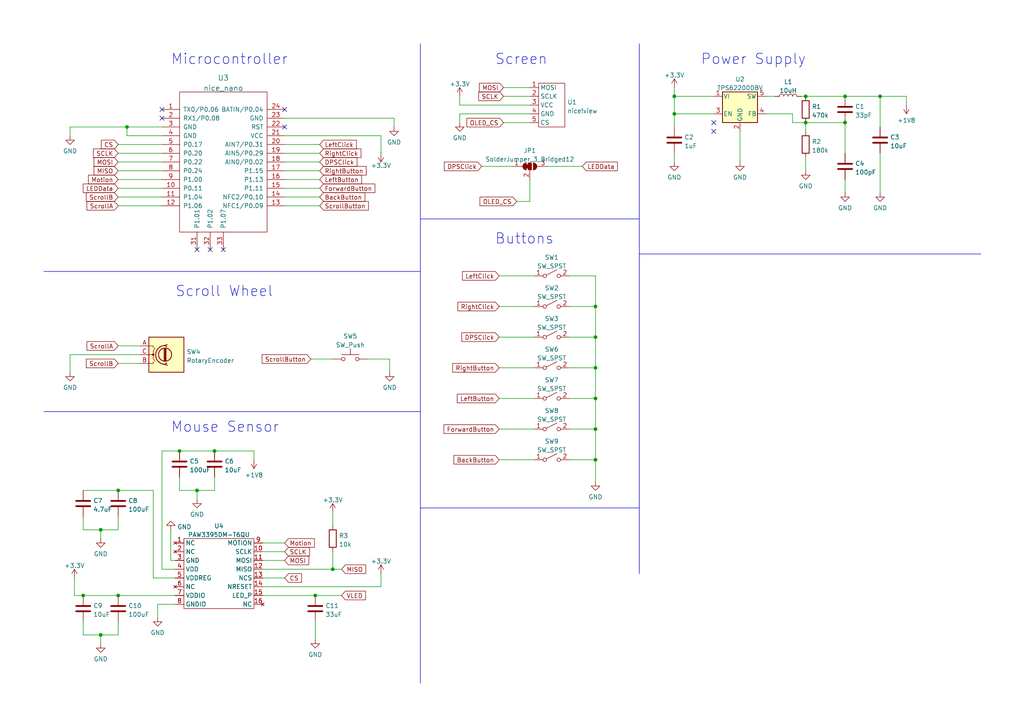
<source format=kicad_sch>
(kicad_sch (version 20230121) (generator eeschema)
  (paper "A4")
  (title_block (title "labMouse") (date "2023-01-19") (rev "1") (company "DZervas") (comment 1 "https://github.com/dzervas/labMouse"))
  (lib_symbols
    (symbol "Device:C" (pin_numbers hide) (pin_names (offset 0.254))
      (property "Reference" "C" (at 0.635 2.54 0))
      (property "Value" "C" (at 0.635 -2.54 0))
      (symbol "C_0_1"
        (polyline (pts (xy -2.032 -0.762) (xy 2.032 -0.762)) (stroke (width 0.508)))
        (polyline (pts (xy -2.032 0.762) (xy 2.032 0.762)) (stroke (width 0.508)))
      )
      (symbol "C_1_1"
        (pin passive line (at 0 3.81 270) (length 2.794) (name "~") (number "1"))
        (pin passive line (at 0 -3.81 90) (length 2.794) (name "~") (number "2"))
      )
    )
    (symbol "Device:L" (pin_numbers hide) (pin_names (offset 1.016) hide)
      (property "Reference" "L" (at -1.27 0 90))
      (property "Value" "L" (at 1.905 0 90))
      (symbol "L_0_1"
        (arc (start 0 -2.54) (mid 0.6323 -1.905) (end 0 -1.27))
        (arc (start 0 -1.27) (mid 0.6323 -0.635) (end 0 0))
        (arc (start 0 0) (mid 0.6323 0.635) (end 0 1.27))
        (arc (start 0 1.27) (mid 0.6323 1.905) (end 0 2.54))
      )
      (symbol "L_1_1"
        (pin passive line (at 0 3.81 270) (length 1.27) (name "1") (number "1"))
        (pin passive line (at 0 -3.81 90) (length 1.27) (name "2") (number "2"))
      )
    )
    (symbol "Device:R" (pin_numbers hide) (pin_names (offset 0))
      (property "Reference" "R" (at 2.032 0 90))
      (property "Value" "R" (at 0 0 90))
      (symbol "R_0_1"
        (rectangle (start -1.016 -2.54) (end 1.016 2.54) (stroke (width 0.254)))
      )
      (symbol "R_1_1"
        (pin passive line (at 0 3.81 270) (length 1.27) (name "~") (number "1"))
        (pin passive line (at 0 -3.81 90) (length 1.27) (name "~") (number "2"))
      )
    )
    (symbol "Device:RotaryEncoder" (pin_names (offset 0.254) hide)
      (property "Reference" "SW" (at 0 6.604 0))
      (property "Value" "RotaryEncoder" (at 0 -6.604 0))
      (symbol "RotaryEncoder_0_1"
        (rectangle (start -5.08 5.08) (end 5.08 -5.08) (stroke (width 0.254)) (fill (type background)))
        (circle (center -3.81 0) (radius 0.254) (fill (type outline)))
        (circle (center -0.381 0) (radius 1.905) (stroke (width 0.254)))
        (arc (start -0.381 2.667) (mid -3.0988 -0.0635) (end -0.381 -2.794) (stroke (width 0.254)))
        (polyline (pts (xy -0.635 -1.778) (xy -0.635 1.778)) (stroke (width 0.254)))
        (polyline (pts (xy -0.381 -1.778) (xy -0.381 1.778)) (stroke (width 0.254)))
        (polyline (pts (xy -0.127 1.778) (xy -0.127 -1.778)) (stroke (width 0.254)))
        (polyline (pts (xy -5.08 -2.54) (xy -3.81 -2.54) (xy -3.81 -2.032)))
        (polyline (pts (xy -5.08 2.54) (xy -3.81 2.54) (xy -3.81 2.032)))
        (polyline (pts (xy 0.254 -3.048) (xy -0.508 -2.794) (xy 0.127 -2.413)) (stroke (width 0.254)))
        (polyline (pts (xy 0.254 2.921) (xy -0.508 2.667) (xy 0.127 2.286)) (stroke (width 0.254)))
        (polyline (pts (xy -5.08 0) (xy -3.81 0) (xy -3.81 -1.016) (xy -3.302 -2.032)))
        (polyline (pts (xy -4.318 0) (xy -3.81 0) (xy -3.81 1.016) (xy -3.302 2.032)))
      )
      (symbol "RotaryEncoder_1_1"
        (pin passive line (at -7.62 2.54 0) (length 2.54) (name "A") (number "A"))
        (pin passive line (at -7.62 -2.54 0) (length 2.54) (name "B") (number "B"))
        (pin passive line (at -7.62 0 0) (length 2.54) (name "C") (number "C"))
      )
    )
    (symbol "Jumper:SolderJumper_3_Bridged12" (pin_names (offset 0) hide)
      (property "Reference" "JP" (at -2.54 -2.54 0))
      (property "Value" "SolderJumper_3_Bridged12" (at 0 2.794 0))
      (symbol "SolderJumper_3_Bridged12_0_1"
        (rectangle (start -1.016 0.508) (end -0.508 -0.508) (fill (type outline)))
        (arc (start -1.016 1.016) (mid -2.0276 0) (end -1.016 -1.016))
        (arc (start -1.016 1.016) (mid -2.0276 0) (end -1.016 -1.016) (fill (type outline)))
        (rectangle (start -0.508 1.016) (end 0.508 -1.016) (fill (type outline)))
        (polyline (pts (xy -2.54 0) (xy -2.032 0)))
        (polyline (pts (xy -1.016 1.016) (xy -1.016 -1.016)))
        (polyline (pts (xy 0 -1.27) (xy 0 -1.016)))
        (polyline (pts (xy 1.016 1.016) (xy 1.016 -1.016)))
        (polyline (pts (xy 2.54 0) (xy 2.032 0)))
        (arc (start 1.016 -1.016) (mid 2.0276 0) (end 1.016 1.016))
        (arc (start 1.016 -1.016) (mid 2.0276 0) (end 1.016 1.016) (fill (type outline)))
      )
      (symbol "SolderJumper_3_Bridged12_1_1"
        (pin passive line (at -5.08 0 0) (length 2.54) (name "A") (number "1"))
        (pin passive line (at 0 -3.81 90) (length 2.54) (name "C") (number "2"))
        (pin passive line (at 5.08 0 180) (length 2.54) (name "B") (number "3"))
      )
    )
    (symbol "Library:PAW3395DM-T6QU" (pin_names (offset 0.5))
      (property "Reference" "U" (at 0 0 0))
      (property "Value" "PAW3395DM-T6QU" (at 0 -2.54 0))
      (symbol "PAW3395DM-T6QU_0_0"
        (pin no_connect line (at -12.7 -6.35 0) (length 2.54) (name "NC") (number "1"))
        (pin input line (at 12.7 -8.89 180) (length 2.54) (name "SCLK") (number "10"))
        (pin input line (at 12.7 -11.43 180) (length 2.54) (name "MOSI") (number "11"))
        (pin output line (at 12.7 -13.97 180) (length 2.54) (name "MISO") (number "12"))
        (pin output line (at 12.7 -16.51 180) (length 2.54) (name "NCS") (number "13"))
        (pin input line (at 12.7 -19.05 180) (length 2.54) (name "NRESET") (number "14"))
        (pin output line (at 12.7 -21.59 180) (length 2.54) (name "LED_P") (number "15"))
        (pin no_connect line (at 12.7 -24.13 180) (length 2.54) (name "NC") (number "16"))
        (pin no_connect line (at -12.7 -8.89 0) (length 2.54) (name "NC") (number "2"))
        (pin power_in line (at -12.7 -11.43 0) (length 2.54) (name "GND") (number "3"))
        (pin power_in line (at -12.7 -13.97 0) (length 2.54) (name "VDD") (number "4"))
        (pin power_in line (at -12.7 -16.51 0) (length 2.54) (name "VDDREG") (number "5"))
        (pin no_connect line (at -12.7 -19.05 0) (length 2.54) (name "NC") (number "6"))
        (pin power_in line (at -12.7 -21.59 0) (length 2.54) (name "VDDIO") (number "7"))
        (pin power_in line (at -12.7 -24.13 0) (length 2.54) (name "GNDIO") (number "8"))
        (pin output line (at 12.7 -6.35 180) (length 2.54) (name "MOTION") (number "9"))
      )
      (symbol "PAW3395DM-T6QU_0_1"
        (rectangle (start -10.16 -5.08) (end 10.16 -25.4) (stroke (width 0.1524)))
      )
    )
    (symbol "Library:nice!view"
      (property "Reference" "U" (at 0 3.81 0))
      (property "Value" "nice!view" (at 0 1.27 0))
      (symbol "nice!view_0_0"
        (pin input line (at -6.35 -1.27 0) (length 2.54) (name "MOSI") (number "1"))
        (pin input line (at -6.35 -3.81 0) (length 2.54) (name "SCLK") (number "2"))
        (pin power_in line (at -6.35 -6.35 0) (length 2.54) (name "VCC") (number "3"))
        (pin power_in line (at -6.35 -8.89 0) (length 2.54) (name "GND") (number "4"))
        (pin input line (at -6.35 -11.43 0) (length 2.54) (name "CS") (number "5"))
      )
      (symbol "nice!view_0_1"
        (rectangle (start -3.81 0) (end 3.81 -12.7) (stroke (width 0.1524)))
      )
    )
    (symbol "Regulator_Switching:TPS62200DBV" (pin_names (offset 0.254))
      (property "Reference" "U" (at -5.08 7.62 0))
      (property "Value" "TPS62200DBV" (at 0 7.62 0))
      (symbol "TPS62200DBV_0_1"
        (rectangle (start -5.08 6.35) (end 5.08 -2.54) (stroke (width 0.254)) (fill (type background)))
      )
      (symbol "TPS62200DBV_1_1"
        (pin power_in line (at -7.62 5.08 0) (length 2.54) (name "VI") (number "1"))
        (pin power_in line (at 0 -5.08 90) (length 2.54) (name "GND") (number "2"))
        (pin input line (at -7.62 0 0) (length 2.54) (name "EN") (number "3"))
        (pin input line (at 7.62 0 180) (length 2.54) (name "FB") (number "4"))
        (pin output line (at 7.62 5.08 180) (length 2.54) (name "SW") (number "5"))
      )
    )
    (symbol "Switch:SW_Push" (pin_numbers hide) (pin_names (offset 1.016) hide)
      (property "Reference" "SW" (at 1.27 2.54 0))
      (property "Value" "SW_Push" (at 0 -1.524 0))
      (symbol "SW_Push_0_1"
        (circle (center -2.032 0) (radius 0.508))
        (polyline (pts (xy 0 1.27) (xy 0 3.048)))
        (polyline (pts (xy 2.54 1.27) (xy -2.54 1.27)))
        (circle (center 2.032 0) (radius 0.508))
        (pin passive line (at -5.08 0 0) (length 2.54) (name "1") (number "1"))
        (pin passive line (at 5.08 0 180) (length 2.54) (name "2") (number "2"))
      )
    )
    (symbol "Switch:SW_SPST" (pin_names (offset 0) hide)
      (property "Reference" "SW" (at 0 3.175 0))
      (property "Value" "SW_SPST" (at 0 -2.54 0))
      (symbol "SW_SPST_0_0"
        (circle (center -2.032 0) (radius 0.508))
        (polyline (pts (xy -1.524 0.254) (xy 1.524 1.778)))
        (circle (center 2.032 0) (radius 0.508))
      )
      (symbol "SW_SPST_1_1"
        (pin passive line (at -5.08 0 0) (length 2.54) (name "A") (number "1"))
        (pin passive line (at 5.08 0 180) (length 2.54) (name "B") (number "2"))
      )
    )
    (symbol "nice_nano:nice_nano" (pin_names (offset 1.016))
      (property "Reference" "U" (at 0 0 0))
      (property "Value" "nice_nano" (at 0 2.54 0))
      (symbol "nice_nano_0_1"
        (rectangle (start -12.7 -21.59) (end 12.7 19.05))
      )
      (symbol "nice_nano_1_1"
        (pin input line (at -17.78 13.97 0) (length 5.08) (name "TX0/P0.06") (number "1"))
        (pin input line (at -17.78 -8.89 0) (length 5.08) (name "P0.11") (number "10"))
        (pin input line (at -17.78 -11.43 0) (length 5.08) (name "P1.04") (number "11"))
        (pin input line (at -17.78 -13.97 0) (length 5.08) (name "P1.06") (number "12"))
        (pin input line (at 17.78 -13.97 180) (length 5.08) (name "NFC1/P0.09") (number "13"))
        (pin input line (at 17.78 -11.43 180) (length 5.08) (name "NFC2/P0.10") (number "14"))
        (pin input line (at 17.78 -8.89 180) (length 5.08) (name "P1.11") (number "15"))
        (pin input line (at 17.78 -6.35 180) (length 5.08) (name "P1.13") (number "16"))
        (pin input line (at 17.78 -3.81 180) (length 5.08) (name "P1.15") (number "17"))
        (pin input line (at 17.78 -1.27 180) (length 5.08) (name "AIN0/P0.02") (number "18"))
        (pin input line (at 17.78 1.27 180) (length 5.08) (name "AIN5/P0.29") (number "19"))
        (pin input line (at -17.78 11.43 0) (length 5.08) (name "RX1/P0.08") (number "2"))
        (pin input line (at 17.78 3.81 180) (length 5.08) (name "AIN7/P0.31") (number "20"))
        (pin input line (at 17.78 6.35 180) (length 5.08) (name "VCC") (number "21"))
        (pin input line (at 17.78 8.89 180) (length 5.08) (name "RST") (number "22"))
        (pin input line (at 17.78 11.43 180) (length 5.08) (name "GND") (number "23"))
        (pin input line (at 17.78 13.97 180) (length 5.08) (name "BATIN/P0.04") (number "24"))
        (pin input line (at -17.78 8.89 0) (length 5.08) (name "GND") (number "3"))
        (pin input line (at -7.62 -26.67 90) (length 5.08) (name "P1.01") (number "31"))
        (pin input line (at -3.81 -26.67 90) (length 5.08) (name "P1.02") (number "32"))
        (pin input line (at 0 -26.67 90) (length 5.08) (name "P1.07") (number "33"))
        (pin input line (at -17.78 6.35 0) (length 5.08) (name "GND") (number "4"))
        (pin input line (at -17.78 3.81 0) (length 5.08) (name "P0.17") (number "5"))
        (pin input line (at -17.78 1.27 0) (length 5.08) (name "P0.20") (number "6"))
        (pin input line (at -17.78 -1.27 0) (length 5.08) (name "P0.22") (number "7"))
        (pin input line (at -17.78 -3.81 0) (length 5.08) (name "P0.24") (number "8"))
        (pin input line (at -17.78 -6.35 0) (length 5.08) (name "P1.00") (number "9"))
      )
    )
    (symbol "power:+1V8" (power) (pin_names (offset 0))
      (property "Value" "+1V8" (at 0 3.556 0))
      (symbol "+1V8_0_1"
        (polyline (pts (xy -0.762 1.27) (xy 0 2.54)))
        (polyline (pts (xy 0 0) (xy 0 2.54)))
        (polyline (pts (xy 0 2.54) (xy 0.762 1.27)))
      )
      (symbol "+1V8_1_1"
        (pin power_in line (at 0 0 90) (length 0) hide (name "+1V8") (number "1"))
      )
    )
    (symbol "power:+3.3V" (power) (pin_names (offset 0))
      (property "Value" "+3.3V" (at 0 3.556 0))
      (symbol "+3.3V_0_1"
        (polyline (pts (xy -0.762 1.27) (xy 0 2.54)))
        (polyline (pts (xy 0 0) (xy 0 2.54)))
        (polyline (pts (xy 0 2.54) (xy 0.762 1.27)))
      )
      (symbol "+3.3V_1_1"
        (pin power_in line (at 0 0 90) (length 0) hide (name "+3.3V") (number "1"))
      )
    )
    (symbol "power:GND" (power) (pin_names (offset 0))
      (property "Value" "GND" (at 0 -3.81 0))
      (symbol "GND_0_1"
        (polyline (pts (xy 0 0) (xy 0 -1.27) (xy 1.27 -1.27) (xy 0 -2.54) (xy -1.27 -1.27) (xy 0 -1.27)))
      )
      (symbol "GND_1_1"
        (pin power_in line (at 0 0 270) (length 0) hide (name "GND") (number "1"))
      )
    )
  )
  (junction (at 172.72 97.79))
  (junction (at 195.58 33.02))
  (junction (at 233.68 35.56))
  (junction (at 245.11 27.94))
  (junction (at 62.23 130.81))
  (junction (at 233.68 27.94))
  (junction (at 172.72 115.57))
  (junction (at 24.13 172.72))
  (junction (at 195.58 27.94))
  (junction (at 172.72 133.35))
  (junction (at 34.29 142.24))
  (junction (at 52.07 130.81))
  (junction (at 36.83 36.83))
  (junction (at 172.72 124.46))
  (junction (at 34.29 172.72))
  (junction (at 172.72 106.68))
  (junction (at 245.11 35.56))
  (junction (at 172.72 88.9))
  (junction (at 96.52 165.1))
  (junction (at 57.15 142.24))
  (junction (at 29.21 184.15))
  (junction (at 255.27 27.94))
  (junction (at 29.21 153.67))
  (junction (at 91.44 172.72))
  (no_connect (at 82.55 36.83))
  (no_connect (at 46.99 34.29))
  (no_connect (at 207.01 35.56))
  (no_connect (at 207.01 38.1))
  (no_connect (at 64.77 72.39))
  (no_connect (at 60.96 72.39))
  (no_connect (at 82.55 31.75))
  (no_connect (at 57.15 72.39))
  (no_connect (at 46.99 31.75))
  (wire (pts (xy 46.99 130.81) (xy 52.07 130.81)))
  (wire (pts (xy 46.99 165.1) (xy 50.8 165.1)))
  (wire (pts (xy 76.2 160.02) (xy 82.55 160.02)))
  (wire (pts (xy 144.78 80.01) (xy 154.94 80.01)))
  (wire (pts (xy 110.49 39.37) (xy 82.55 39.37)))
  (wire (pts (xy 82.55 57.15) (xy 92.71 57.15)))
  (wire (pts (xy 110.49 170.18) (xy 76.2 170.18)))
  (wire (pts (xy 262.89 30.48) (xy 262.89 27.94)))
  (wire (pts (xy 172.72 97.79) (xy 172.72 106.68)))
  (wire (pts (xy 52.07 138.43) (xy 52.07 142.24)))
  (wire (pts (xy 62.23 130.81) (xy 73.66 130.81)))
  (wire (pts (xy 24.13 149.86) (xy 24.13 153.67)))
  (wire (pts (xy 172.72 80.01) (xy 172.72 88.9)))
  (wire (pts (xy 229.87 35.56) (xy 233.68 35.56)))
  (wire (pts (xy 57.15 142.24) (xy 57.15 144.78)))
  (wire (pts (xy 96.52 104.14) (xy 90.17 104.14)))
  (wire (pts (xy 82.55 46.99) (xy 92.71 46.99)))
  (polyline (pts (xy 121.92 63.5) (xy 185.42 63.5)))
  (wire (pts (xy 34.29 142.24) (xy 44.45 142.24)))
  (wire (pts (xy 233.68 27.94) (xy 245.11 27.94)))
  (wire (pts (xy 144.78 106.68) (xy 154.94 106.68)))
  (wire (pts (xy 21.59 167.64) (xy 21.59 172.72)))
  (wire (pts (xy 195.58 33.02) (xy 195.58 36.83)))
  (wire (pts (xy 34.29 41.91) (xy 46.99 41.91)))
  (wire (pts (xy 24.13 153.67) (xy 29.21 153.67)))
  (wire (pts (xy 110.49 166.37) (xy 110.49 170.18)))
  (wire (pts (xy 133.35 35.56) (xy 133.35 33.02)))
  (wire (pts (xy 49.53 162.56) (xy 50.8 162.56)))
  (wire (pts (xy 62.23 142.24) (xy 62.23 138.43)))
  (wire (pts (xy 165.1 124.46) (xy 172.72 124.46)))
  (wire (pts (xy 172.72 139.7) (xy 172.72 133.35)))
  (wire (pts (xy 91.44 172.72) (xy 99.06 172.72)))
  (wire (pts (xy 82.55 44.45) (xy 92.71 44.45)))
  (wire (pts (xy 144.78 124.46) (xy 154.94 124.46)))
  (wire (pts (xy 172.72 124.46) (xy 172.72 133.35)))
  (wire (pts (xy 146.05 25.4) (xy 153.67 25.4)))
  (wire (pts (xy 34.29 105.41) (xy 40.64 105.41)))
  (wire (pts (xy 165.1 97.79) (xy 172.72 97.79)))
  (wire (pts (xy 144.78 115.57) (xy 154.94 115.57)))
  (wire (pts (xy 34.29 52.07) (xy 46.99 52.07)))
  (wire (pts (xy 195.58 25.4) (xy 195.58 27.94)))
  (polyline (pts (xy 121.92 147.32) (xy 185.42 147.32)))
  (polyline (pts (xy 12.7 78.74) (xy 121.92 78.74)))
  (wire (pts (xy 46.99 39.37) (xy 36.83 39.37)))
  (wire (pts (xy 144.78 133.35) (xy 154.94 133.35)))
  (wire (pts (xy 34.29 57.15) (xy 46.99 57.15)))
  (wire (pts (xy 255.27 27.94) (xy 255.27 36.83)))
  (wire (pts (xy 165.1 88.9) (xy 172.72 88.9)))
  (polyline (pts (xy 121.92 12.7) (xy 121.92 78.74)))
  (wire (pts (xy 172.72 133.35) (xy 165.1 133.35)))
  (wire (pts (xy 46.99 130.81) (xy 46.99 165.1)))
  (wire (pts (xy 34.29 59.69) (xy 46.99 59.69)))
  (wire (pts (xy 44.45 167.64) (xy 50.8 167.64)))
  (wire (pts (xy 44.45 142.24) (xy 44.45 167.64)))
  (polyline (pts (xy 185.42 73.66) (xy 284.48 73.66)))
  (wire (pts (xy 36.83 39.37) (xy 36.83 36.83)))
  (wire (pts (xy 29.21 184.15) (xy 34.29 184.15)))
  (wire (pts (xy 222.25 33.02) (xy 229.87 33.02)))
  (wire (pts (xy 34.29 184.15) (xy 34.29 180.34)))
  (wire (pts (xy 96.52 160.02) (xy 96.52 165.1)))
  (wire (pts (xy 76.2 162.56) (xy 82.55 162.56)))
  (wire (pts (xy 29.21 153.67) (xy 29.21 156.21)))
  (wire (pts (xy 255.27 44.45) (xy 255.27 55.88)))
  (wire (pts (xy 82.55 49.53) (xy 92.71 49.53)))
  (wire (pts (xy 76.2 157.48) (xy 82.55 157.48)))
  (wire (pts (xy 34.29 54.61) (xy 46.99 54.61)))
  (wire (pts (xy 52.07 130.81) (xy 62.23 130.81)))
  (wire (pts (xy 195.58 27.94) (xy 207.01 27.94)))
  (wire (pts (xy 233.68 35.56) (xy 245.11 35.56)))
  (wire (pts (xy 34.29 153.67) (xy 34.29 149.86)))
  (wire (pts (xy 82.55 52.07) (xy 92.71 52.07)))
  (wire (pts (xy 113.03 104.14) (xy 106.68 104.14)))
  (wire (pts (xy 29.21 184.15) (xy 29.21 186.69)))
  (wire (pts (xy 45.72 179.07) (xy 45.72 175.26)))
  (wire (pts (xy 146.05 35.56) (xy 153.67 35.56)))
  (wire (pts (xy 34.29 172.72) (xy 50.8 172.72)))
  (wire (pts (xy 113.03 107.95) (xy 113.03 104.14)))
  (wire (pts (xy 144.78 88.9) (xy 154.94 88.9)))
  (wire (pts (xy 20.32 107.95) (xy 20.32 102.87)))
  (wire (pts (xy 24.13 172.72) (xy 34.29 172.72)))
  (wire (pts (xy 57.15 142.24) (xy 62.23 142.24)))
  (wire (pts (xy 149.86 58.42) (xy 153.67 58.42)))
  (wire (pts (xy 73.66 130.81) (xy 73.66 133.35)))
  (wire (pts (xy 110.49 44.45) (xy 110.49 39.37)))
  (wire (pts (xy 49.53 153.67) (xy 49.53 162.56)))
  (wire (pts (xy 233.68 35.56) (xy 233.68 38.1)))
  (wire (pts (xy 29.21 153.67) (xy 34.29 153.67)))
  (wire (pts (xy 172.72 88.9) (xy 172.72 97.79)))
  (wire (pts (xy 34.29 49.53) (xy 46.99 49.53)))
  (wire (pts (xy 255.27 27.94) (xy 262.89 27.94)))
  (wire (pts (xy 114.3 36.83) (xy 114.3 34.29)))
  (wire (pts (xy 195.58 33.02) (xy 207.01 33.02)))
  (wire (pts (xy 76.2 167.64) (xy 82.55 167.64)))
  (wire (pts (xy 195.58 27.94) (xy 195.58 33.02)))
  (wire (pts (xy 34.29 100.33) (xy 40.64 100.33)))
  (wire (pts (xy 172.72 115.57) (xy 172.72 124.46)))
  (wire (pts (xy 165.1 106.68) (xy 172.72 106.68)))
  (wire (pts (xy 20.32 36.83) (xy 36.83 36.83)))
  (wire (pts (xy 146.05 27.94) (xy 153.67 27.94)))
  (polyline (pts (xy 121.92 78.74) (xy 121.92 198.12)))
  (wire (pts (xy 24.13 184.15) (xy 29.21 184.15)))
  (wire (pts (xy 20.32 102.87) (xy 40.64 102.87)))
  (wire (pts (xy 20.32 39.37) (xy 20.32 36.83)))
  (wire (pts (xy 34.29 44.45) (xy 46.99 44.45)))
  (wire (pts (xy 45.72 175.26) (xy 50.8 175.26)))
  (wire (pts (xy 96.52 165.1) (xy 99.06 165.1)))
  (polyline (pts (xy 185.42 12.7) (xy 185.42 166.37)))
  (wire (pts (xy 139.7 48.26) (xy 148.59 48.26)))
  (wire (pts (xy 232.41 27.94) (xy 233.68 27.94)))
  (wire (pts (xy 153.67 30.48) (xy 133.35 30.48)))
  (wire (pts (xy 214.63 38.1) (xy 214.63 46.99)))
  (wire (pts (xy 52.07 142.24) (xy 57.15 142.24)))
  (wire (pts (xy 82.55 54.61) (xy 92.71 54.61)))
  (wire (pts (xy 172.72 106.68) (xy 172.72 115.57)))
  (wire (pts (xy 24.13 180.34) (xy 24.13 184.15)))
  (wire (pts (xy 96.52 148.59) (xy 96.52 152.4)))
  (wire (pts (xy 229.87 33.02) (xy 229.87 35.56)))
  (wire (pts (xy 34.29 46.99) (xy 46.99 46.99)))
  (wire (pts (xy 245.11 35.56) (xy 245.11 44.45)))
  (wire (pts (xy 144.78 97.79) (xy 154.94 97.79)))
  (wire (pts (xy 222.25 27.94) (xy 224.79 27.94)))
  (wire (pts (xy 245.11 52.07) (xy 245.11 55.88)))
  (wire (pts (xy 165.1 115.57) (xy 172.72 115.57)))
  (wire (pts (xy 195.58 44.45) (xy 195.58 46.99)))
  (wire (pts (xy 91.44 180.34) (xy 91.44 185.42)))
  (wire (pts (xy 233.68 45.72) (xy 233.68 49.53)))
  (wire (pts (xy 133.35 33.02) (xy 153.67 33.02)))
  (wire (pts (xy 133.35 30.48) (xy 133.35 27.94)))
  (wire (pts (xy 76.2 165.1) (xy 96.52 165.1)))
  (wire (pts (xy 36.83 36.83) (xy 46.99 36.83)))
  (wire (pts (xy 76.2 172.72) (xy 91.44 172.72)))
  (wire (pts (xy 158.75 48.26) (xy 168.91 48.26)))
  (wire (pts (xy 82.55 34.29) (xy 114.3 34.29)))
  (polyline (pts (xy 12.7 119.38) (xy 121.92 119.38)))
  (wire (pts (xy 165.1 80.01) (xy 172.72 80.01)))
  (wire (pts (xy 153.67 58.42) (xy 153.67 52.07)))
  (wire (pts (xy 245.11 27.94) (xy 255.27 27.94)))
  (wire (pts (xy 24.13 142.24) (xy 34.29 142.24)))
  (wire (pts (xy 21.59 172.72) (xy 24.13 172.72)))
  (wire (pts (xy 82.55 59.69) (xy 92.71 59.69)))
  (wire (pts (xy 82.55 41.91) (xy 92.71 41.91)))
  (text "Scroll Wheel" (at 50.8 86.36 0) (effects (font (size 3 3)) (justify left bottom)))
  (text "Buttons" (at 143.51 71.12 0) (effects (font (size 3 3)) (justify left bottom)))
  (text "Power Supply" (at 203.2 19.05 0) (effects (font (size 3 3)) (justify left bottom)))
  (text "Mouse Sensor" (at 49.53 125.73 0) (effects (font (size 3 3)) (justify left bottom)))
  (text "Microcontroller" (at 49.53 19.05 0) (effects (font (size 3 3)) (justify left bottom)))
  (text "Screen" (at 143.51 19.05 0) (effects (font (size 3 3)) (justify left bottom)))
  (global_label "SCLK" (shape input) (at 34.29 44.45 180) (property "Intersheetrefs" "${INTERSHEET_REFS}" (effects hide)))
  (global_label "ScrollA" (shape input) (at 34.29 100.33 180) (property "Intersheetrefs" "${INTERSHEET_REFS}" (effects hide)))
  (global_label "RightClick" (shape input) (at 144.78 88.9 180) (property "Intersheetrefs" "${INTERSHEET_REFS}" (effects hide)))
  (global_label "ScrollButton" (shape input) (at 92.71 59.69 0) (property "Intersheetrefs" "${INTERSHEET_REFS}" (effects hide)))
  (global_label "MOSI" (shape input) (at 82.55 162.56 0) (property "Intersheetrefs" "${INTERSHEET_REFS}" (effects hide)))
  (global_label "Motion" (shape input) (at 82.55 157.48 0) (property "Intersheetrefs" "${INTERSHEET_REFS}" (effects hide)))
  (global_label "CS" (shape input) (at 82.55 167.64 0) (property "Intersheetrefs" "${INTERSHEET_REFS}" (effects hide)))
  (global_label "DPSClick" (shape input) (at 144.78 97.79 180) (property "Intersheetrefs" "${INTERSHEET_REFS}" (effects hide)))
  (global_label "ForwardButton" (shape input) (at 144.78 124.46 180) (property "Intersheetrefs" "${INTERSHEET_REFS}" (effects hide)))
  (global_label "SCLK" (shape input) (at 82.55 160.02 0) (property "Intersheetrefs" "${INTERSHEET_REFS}" (effects hide)))
  (global_label "LeftButton" (shape input) (at 92.71 52.07 0) (property "Intersheetrefs" "${INTERSHEET_REFS}" (effects hide)))
  (global_label "LeftClick" (shape input) (at 92.71 41.91 0) (property "Intersheetrefs" "${INTERSHEET_REFS}" (effects hide)))
  (global_label "MISO" (shape input) (at 99.06 165.1 0) (property "Intersheetrefs" "${INTERSHEET_REFS}" (effects hide)))
  (global_label "OLED_CS" (shape input) (at 146.05 35.56 180) (property "Intersheetrefs" "${INTERSHEET_REFS}" (effects hide)))
  (global_label "ForwardButton" (shape input) (at 92.71 54.61 0) (property "Intersheetrefs" "${INTERSHEET_REFS}" (effects hide)))
  (global_label "LeftButton" (shape input) (at 144.78 115.57 180) (property "Intersheetrefs" "${INTERSHEET_REFS}" (effects hide)))
  (global_label "MOSI" (shape input) (at 146.05 25.4 180) (property "Intersheetrefs" "${INTERSHEET_REFS}" (effects hide)))
  (global_label "OLED_CS" (shape input) (at 149.86 58.42 180) (property "Intersheetrefs" "${INTERSHEET_REFS}" (effects hide)))
  (global_label "SCLK" (shape input) (at 146.05 27.94 180) (property "Intersheetrefs" "${INTERSHEET_REFS}" (effects hide)))
  (global_label "DPSClick" (shape input) (at 92.71 46.99 0) (property "Intersheetrefs" "${INTERSHEET_REFS}" (effects hide)))
  (global_label "ScrollA" (shape input) (at 34.29 59.69 180) (property "Intersheetrefs" "${INTERSHEET_REFS}" (effects hide)))
  (global_label "MOSI" (shape input) (at 34.29 46.99 180) (property "Intersheetrefs" "${INTERSHEET_REFS}" (effects hide)))
  (global_label "RightButton" (shape input) (at 144.78 106.68 180) (property "Intersheetrefs" "${INTERSHEET_REFS}" (effects hide)))
  (global_label "ScrollB" (shape input) (at 34.29 105.41 180) (property "Intersheetrefs" "${INTERSHEET_REFS}" (effects hide)))
  (global_label "LeftClick" (shape input) (at 144.78 80.01 180) (property "Intersheetrefs" "${INTERSHEET_REFS}" (effects hide)))
  (global_label "VLED" (shape input) (at 99.06 172.72 0) (property "Intersheetrefs" "${INTERSHEET_REFS}" (effects hide)))
  (global_label "ScrollB" (shape input) (at 34.29 57.15 180) (property "Intersheetrefs" "${INTERSHEET_REFS}" (effects hide)))
  (global_label "RightButton" (shape input) (at 92.71 49.53 0) (property "Intersheetrefs" "${INTERSHEET_REFS}" (effects hide)))
  (global_label "RightClick" (shape input) (at 92.71 44.45 0) (property "Intersheetrefs" "${INTERSHEET_REFS}" (effects hide)))
  (global_label "ScrollButton" (shape input) (at 90.17 104.14 180) (property "Intersheetrefs" "${INTERSHEET_REFS}" (effects hide)))
  (global_label "BackButton" (shape input) (at 92.71 57.15 0) (property "Intersheetrefs" "${INTERSHEET_REFS}" (effects hide)))
  (global_label "LEDData" (shape input) (at 168.91 48.26 0) (property "Intersheetrefs" "${INTERSHEET_REFS}" (effects hide)))
  (global_label "MISO" (shape input) (at 34.29 49.53 180) (property "Intersheetrefs" "${INTERSHEET_REFS}" (effects hide)))
  (global_label "Motion" (shape input) (at 34.29 52.07 180) (property "Intersheetrefs" "${INTERSHEET_REFS}" (effects hide)))
  (global_label "DPSClick" (shape input) (at 139.7 48.26 180) (property "Intersheetrefs" "${INTERSHEET_REFS}" (effects hide)))
  (global_label "CS" (shape input) (at 34.29 41.91 180) (property "Intersheetrefs" "${INTERSHEET_REFS}" (effects hide)))
  (global_label "BackButton" (shape input) (at 144.78 133.35 180) (property "Intersheetrefs" "${INTERSHEET_REFS}" (effects hide)))
  (global_label "LEDData" (shape input) (at 34.29 54.61 180) (property "Intersheetrefs" "${INTERSHEET_REFS}" (effects hide)))
  (symbol (lib_id "Switch:SW_Push") (at 101.6 104.14 0) (unit 1)
    (property "Reference" "SW5" (at 101.6 97.5192 0))
    (property "Value" "SW_Push" (at 101.6 100.0561 0))
    (property "Footprint" "Connector_PinHeader_2.54mm:PinHeader_1x02_P2.54mm_Vertical" (effects hide))
  )
  (symbol (lib_id "power:GND") (at 214.63 46.99 0) (unit 1)
    (property "Reference" "#PWR09" (effects hide))
    (property "Value" "GND" (at 214.63 51.4334 0))
  )
  (symbol (lib_id "Device:C") (at 24.13 176.53 0) (unit 1)
    (property "Reference" "C9" (at 27.051 175.6953 0) (effects (justify left)))
    (property "Value" "10uF" (at 27.051 178.2322 0) (effects (justify left)))
    (property "Footprint" "Capacitor_SMD:C_1206_3216Metric_Pad1.33x1.80mm_HandSolder" (effects hide))
  )
  (symbol (lib_id "Jumper:SolderJumper_3_Bridged12") (at 153.67 48.26 0) (unit 1)
    (property "Reference" "JP1" (at 153.67 43.6712 0))
    (property "Value" "SolderJumper_3_Bridged12" (at 153.67 46.2081 0))
    (property "Footprint" "Jumper:SolderJumper-3_P1.3mm_Bridged12_RoundedPad1.0x1.5mm_NumberLabels" (effects hide))
  )
  (symbol (lib_id "power:GND") (at 255.27 55.88 0) (unit 1)
    (property "Reference" "#PWR012" (effects hide))
    (property "Value" "GND" (at 255.27 60.3234 0))
  )
  (symbol (lib_id "Library:nice!view") (at 160.02 24.13 0) (unit 1)
    (property "Reference" "U1" (at 164.5412 29.6453 0) (effects (justify left)))
    (property "Value" "nice!view" (at 164.5412 32.1822 0) (effects (justify left)))
    (property "Footprint" "Library:nice!view" (effects hide))
    (property "Datasheet" "https://nicekeyboards.com/docs/nice-view/pinout-schematic" (effects hide))
  )
  (symbol (lib_id "power:+3.3V") (at 96.52 148.59 0) (unit 1)
    (property "Reference" "#PWR018" (effects hide))
    (property "Value" "+3.3V" (at 96.52 145.0142 0))
  )
  (symbol (lib_id "Device:R") (at 96.52 156.21 0) (unit 1)
    (property "Reference" "R3" (at 98.298 155.3753 0) (effects (justify left)))
    (property "Value" "10k" (at 98.298 157.9122 0) (effects (justify left)))
    (property "Footprint" "Resistor_SMD:R_1206_3216Metric_Pad1.30x1.75mm_HandSolder" (effects hide))
  )
  (symbol (lib_id "power:GND") (at 245.11 55.88 0) (unit 1)
    (property "Reference" "#PWR011" (effects hide))
    (property "Value" "GND" (at 245.11 60.3234 0))
  )
  (symbol (lib_id "power:+3.3V") (at 195.58 25.4 0) (unit 1)
    (property "Reference" "#PWR01" (effects hide))
    (property "Value" "+3.3V" (at 195.58 21.8242 0))
  )
  (symbol (lib_id "Device:C") (at 62.23 134.62 0) (unit 1)
    (property "Reference" "C6" (at 65.151 133.7853 0) (effects (justify left)))
    (property "Value" "10uF" (at 65.151 136.3222 0) (effects (justify left)))
    (property "Footprint" "Capacitor_SMD:C_1206_3216Metric_Pad1.33x1.80mm_HandSolder" (effects hide))
  )
  (symbol (lib_id "power:GND") (at 45.72 179.07 0) (unit 1)
    (property "Reference" "#PWR023" (effects hide))
    (property "Value" "GND" (at 45.72 183.5134 0))
  )
  (symbol (lib_id "Switch:SW_SPST") (at 160.02 106.68 0) (unit 1)
    (property "Reference" "SW6" (at 160.02 101.3292 0))
    (property "Value" "SW_SPST" (at 160.02 103.8661 0))
    (property "Footprint" "Connector_PinHeader_2.54mm:PinHeader_1x02_P2.54mm_Vertical" (effects hide))
  )
  (symbol (lib_id "power:+3.3V") (at 110.49 166.37 0) (unit 1)
    (property "Reference" "#PWR021" (effects hide))
    (property "Value" "+3.3V" (at 110.49 162.7942 0))
  )
  (symbol (lib_id "Regulator_Switching:TPS62200DBV") (at 214.63 33.02 0) (unit 1)
    (property "Reference" "U2" (at 214.63 22.9702 0))
    (property "Value" "TPS62200DBV" (at 214.63 25.5071 0))
    (property "Footprint" "Package_TO_SOT_SMD:SOT-23-5" (effects hide))
    (property "Datasheet" "http://www.ti.com/lit/ds/symlink/tps62201.pdf" (effects hide))
  )
  (symbol (lib_id "power:+3.3V") (at 21.59 167.64 0) (unit 1)
    (property "Reference" "#PWR022" (effects hide))
    (property "Value" "+3.3V" (at 21.59 164.0642 0))
  )
  (symbol (lib_id "Switch:SW_SPST") (at 160.02 97.79 0) (unit 1)
    (property "Reference" "SW3" (at 160.02 92.4392 0))
    (property "Value" "SW_SPST" (at 160.02 94.9761 0))
    (property "Footprint" "Connector_PinHeader_2.54mm:PinHeader_1x02_P2.54mm_Vertical" (effects hide))
  )
  (symbol (lib_id "power:+1V8") (at 262.89 30.48 180) (unit 1)
    (property "Reference" "#PWR03" (effects hide))
    (property "Value" "+1V8" (at 262.89 34.9234 0))
  )
  (symbol (lib_id "Device:R") (at 233.68 31.75 0) (unit 1)
    (property "Reference" "R1" (at 235.458 30.9153 0) (effects (justify left)))
    (property "Value" "470k" (at 235.458 33.4522 0) (effects (justify left)))
    (property "Footprint" "Resistor_SMD:R_1206_3216Metric_Pad1.30x1.75mm_HandSolder" (effects hide))
  )
  (symbol (lib_id "power:GND") (at 57.15 144.78 0) (unit 1)
    (property "Reference" "#PWR017" (effects hide))
    (property "Value" "GND" (at 57.15 149.2234 0))
  )
  (symbol (lib_id "Device:C") (at 24.13 146.05 0) (unit 1)
    (property "Reference" "C7" (at 27.051 145.2153 0) (effects (justify left)))
    (property "Value" "4.7uF" (at 27.051 147.7522 0) (effects (justify left)))
    (property "Footprint" "Capacitor_SMD:C_1206_3216Metric_Pad1.33x1.80mm_HandSolder" (effects hide))
  )
  (symbol (lib_id "Device:RotaryEncoder") (at 48.26 102.87 0) (unit 1)
    (property "Reference" "SW4" (at 54.102 102.0353 0) (effects (justify left)))
    (property "Value" "RotaryEncoder" (at 54.102 104.5722 0) (effects (justify left)))
    (property "Footprint" "Library:Japanese_Alps_Encoder_EC10E1220501" (effects hide))
  )
  (symbol (lib_id "power:GND") (at 91.44 185.42 0) (unit 1)
    (property "Reference" "#PWR024" (effects hide))
    (property "Value" "GND" (at 91.44 189.8634 0))
  )
  (symbol (lib_id "power:GND") (at 29.21 156.21 0) (unit 1)
    (property "Reference" "#PWR020" (effects hide))
    (property "Value" "GND" (at 29.21 160.6534 0))
  )
  (symbol (lib_id "Device:C") (at 245.11 31.75 0) (unit 1)
    (property "Reference" "C1" (at 248.031 30.9153 0) (effects (justify left)))
    (property "Value" "33pF" (at 248.031 33.4522 0) (effects (justify left)))
    (property "Footprint" "Capacitor_SMD:C_1206_3216Metric_Pad1.33x1.80mm_HandSolder" (effects hide))
  )
  (symbol (lib_id "power:+3.3V") (at 133.35 27.94 0) (unit 1)
    (property "Reference" "#PWR02" (effects hide))
    (property "Value" "+3.3V" (at 133.35 24.3642 0))
  )
  (symbol (lib_id "Device:C") (at 52.07 134.62 0) (unit 1)
    (property "Reference" "C5" (at 54.991 133.7853 0) (effects (justify left)))
    (property "Value" "100uF" (at 54.991 136.3222 0) (effects (justify left)))
    (property "Footprint" "Capacitor_SMD:C_1206_3216Metric_Pad1.33x1.80mm_HandSolder" (effects hide))
  )
  (symbol (lib_id "Device:C") (at 34.29 176.53 0) (unit 1)
    (property "Reference" "C10" (at 37.211 175.6953 0) (effects (justify left)))
    (property "Value" "100uF" (at 37.211 178.2322 0) (effects (justify left)))
    (property "Footprint" "Capacitor_SMD:C_1206_3216Metric_Pad1.33x1.80mm_HandSolder" (effects hide))
  )
  (symbol (lib_id "power:GND") (at 172.72 139.7 0) (unit 1)
    (property "Reference" "#PWR016" (effects hide))
    (property "Value" "GND" (at 172.72 144.1434 0))
  )
  (symbol (lib_id "Device:C") (at 91.44 176.53 0) (unit 1)
    (property "Reference" "C11" (at 94.361 175.6953 0) (effects (justify left)))
    (property "Value" "33uF" (at 94.361 178.2322 0) (effects (justify left)))
    (property "Footprint" "Capacitor_SMD:C_1206_3216Metric_Pad1.33x1.80mm_HandSolder" (effects hide))
  )
  (symbol (lib_id "Device:C") (at 34.29 146.05 0) (unit 1)
    (property "Reference" "C8" (at 37.211 145.2153 0) (effects (justify left)))
    (property "Value" "100uF" (at 37.211 147.7522 0) (effects (justify left)))
    (property "Footprint" "Capacitor_SMD:C_1206_3216Metric_Pad1.33x1.80mm_HandSolder" (effects hide))
  )
  (symbol (lib_id "nice_nano:nice_nano") (at 64.77 45.72 0) (unit 1)
    (property "Reference" "U3" (at 64.77 22.5859 0) (effects (font (size 1.524 1.524))))
    (property "Value" "nice_nano" (at 64.77 25.5793 0) (effects (font (size 1.524 1.524))))
    (property "Footprint" "nice-nano-kicad:nice_nano" (effects hide))
  )
  (symbol (lib_id "power:GND") (at 113.03 107.95 0) (unit 1)
    (property "Reference" "#PWR014" (effects hide))
    (property "Value" "GND" (at 113.03 112.3934 0))
  )
  (symbol (lib_id "power:GND") (at 114.3 36.83 0) (unit 1)
    (property "Reference" "#PWR05" (effects hide))
    (property "Value" "GND" (at 114.3 41.2734 0))
  )
  (symbol (lib_id "power:GND") (at 195.58 46.99 0) (unit 1)
    (property "Reference" "#PWR08" (effects hide))
    (property "Value" "GND" (at 195.58 51.4334 0))
  )
  (symbol (lib_id "power:GND") (at 49.53 153.67 180) (unit 1)
    (property "Reference" "#PWR019" (effects hide))
    (property "Value" "GND" (at 51.435 152.8338 0) (effects (justify right)))
  )
  (symbol (lib_id "Library:PAW3395DM-T6QU") (at 63.5 151.13 0) (unit 1)
    (property "Reference" "U4" (at 63.5 152.561 0))
    (property "Value" "PAW3395DM-T6QU" (at 63.5 155.0979 0))
    (property "Footprint" "Library:PAW3395DM-T6QU" (effects hide))
  )
  (symbol (lib_id "Device:C") (at 245.11 48.26 0) (unit 1)
    (property "Reference" "C4" (at 248.031 47.4253 0) (effects (justify left)))
    (property "Value" "100pF" (at 248.031 49.9622 0) (effects (justify left)))
    (property "Footprint" "Capacitor_SMD:C_1206_3216Metric_Pad1.33x1.80mm_HandSolder" (effects hide))
  )
  (symbol (lib_id "power:GND") (at 20.32 107.95 0) (unit 1)
    (property "Reference" "#PWR013" (effects hide))
    (property "Value" "GND" (at 20.32 112.3934 0))
  )
  (symbol (lib_id "power:GND") (at 233.68 49.53 0) (unit 1)
    (property "Reference" "#PWR010" (effects hide))
    (property "Value" "GND" (at 233.68 53.9734 0))
  )
  (symbol (lib_id "Switch:SW_SPST") (at 160.02 124.46 0) (unit 1)
    (property "Reference" "SW8" (at 160.02 119.1092 0))
    (property "Value" "SW_SPST" (at 160.02 121.6461 0))
    (property "Footprint" "Connector_PinHeader_2.54mm:PinHeader_1x02_P2.54mm_Vertical" (effects hide))
  )
  (symbol (lib_id "Switch:SW_SPST") (at 160.02 133.35 0) (unit 1)
    (property "Reference" "SW9" (at 160.02 127.9992 0))
    (property "Value" "SW_SPST" (at 160.02 130.5361 0))
    (property "Footprint" "Connector_PinHeader_2.54mm:PinHeader_1x02_P2.54mm_Vertical" (effects hide))
  )
  (symbol (lib_id "Device:C") (at 195.58 40.64 0) (unit 1)
    (property "Reference" "C2" (at 198.501 39.8053 0) (effects (justify left)))
    (property "Value" "1uF" (at 198.501 42.3422 0) (effects (justify left)))
    (property "Footprint" "Capacitor_SMD:C_1206_3216Metric_Pad1.33x1.80mm_HandSolder" (effects hide))
  )
  (symbol (lib_id "power:GND") (at 29.21 186.69 0) (unit 1)
    (property "Reference" "#PWR025" (effects hide))
    (property "Value" "GND" (at 29.21 191.1334 0))
  )
  (symbol (lib_id "Device:L") (at 228.6 27.94 90) (unit 1)
    (property "Reference" "L1" (at 228.6 23.7322 90))
    (property "Value" "10uH" (at 228.6 26.2691 90))
    (property "Footprint" "Inductor_SMD:L_1210_3225Metric_Pad1.42x2.65mm_HandSolder" (effects hide))
  )
  (symbol (lib_id "Device:C") (at 255.27 40.64 0) (unit 1)
    (property "Reference" "C3" (at 258.191 39.8053 0) (effects (justify left)))
    (property "Value" "10uF" (at 258.191 42.3422 0) (effects (justify left)))
    (property "Footprint" "Capacitor_SMD:C_1206_3216Metric_Pad1.33x1.80mm_HandSolder" (effects hide))
  )
  (symbol (lib_id "power:+3.3V") (at 110.49 44.45 180) (unit 1)
    (property "Reference" "#PWR07" (effects hide))
    (property "Value" "+3.3V" (at 110.49 48.0258 0))
  )
  (symbol (lib_id "Switch:SW_SPST") (at 160.02 88.9 0) (unit 1)
    (property "Reference" "SW2" (at 160.02 83.5492 0))
    (property "Value" "SW_SPST" (at 160.02 86.0861 0))
    (property "Footprint" "Connector_PinHeader_2.54mm:PinHeader_1x02_P2.54mm_Vertical" (effects hide))
  )
  (symbol (lib_id "power:GND") (at 20.32 39.37 0) (unit 1)
    (property "Reference" "#PWR06" (effects hide))
    (property "Value" "GND" (at 20.32 43.8134 0))
  )
  (symbol (lib_id "Switch:SW_SPST") (at 160.02 115.57 0) (unit 1)
    (property "Reference" "SW7" (at 160.02 110.2192 0))
    (property "Value" "SW_SPST" (at 160.02 112.7561 0))
    (property "Footprint" "Connector_PinHeader_2.54mm:PinHeader_1x02_P2.54mm_Vertical" (effects hide))
  )
  (symbol (lib_id "power:GND") (at 133.35 35.56 0) (unit 1)
    (property "Reference" "#PWR04" (effects hide))
    (property "Value" "GND" (at 133.35 40.0034 0))
  )
  (symbol (lib_id "power:+1V8") (at 73.66 133.35 180) (unit 1)
    (property "Reference" "#PWR015" (effects hide))
    (property "Value" "+1V8" (at 73.66 137.7934 0))
  )
  (symbol (lib_id "Switch:SW_SPST") (at 160.02 80.01 0) (unit 1)
    (property "Reference" "SW1" (at 160.02 74.6592 0))
    (property "Value" "SW_SPST" (at 160.02 77.1961 0))
    (property "Footprint" "Connector_PinHeader_2.54mm:PinHeader_1x02_P2.54mm_Vertical" (effects hide))
  )
  (symbol (lib_id "Device:R") (at 233.68 41.91 0) (unit 1)
    (property "Reference" "R2" (at 235.458 41.0753 0) (effects (justify left)))
    (property "Value" "180k" (at 235.458 43.6122 0) (effects (justify left)))
    (property "Footprint" "Resistor_SMD:R_1206_3216Metric_Pad1.30x1.75mm_HandSolder" (effects hide))
  )
)
</source>
